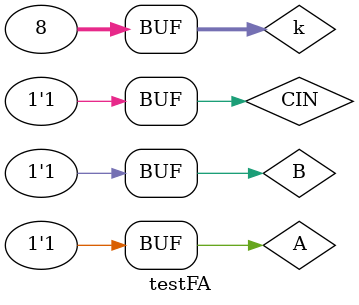
<source format=v>
module testFA();
reg A,B,CIN;
wire SUM,COUT;
//full_adder fa1(.a(A),.b(B),.cin(CIN),.sum(SUM),.cout(COUT));
full_adder_df fa2(.a(A),.b(B),.cin(CIN),.sum(SUM),.cout(COUT));
integer k;
initial
begin
{A,B,CIN} = 3'b0;
for(k=0;k<8;k=k+1)
begin
#5{A,B,CIN} = k;
end
end
initial
begin
$monitor ($time,"  A B Cin = %b%b%b SUM= %b CARRY = %b",A,B,CIN,SUM,COUT);
end
endmodule

</source>
